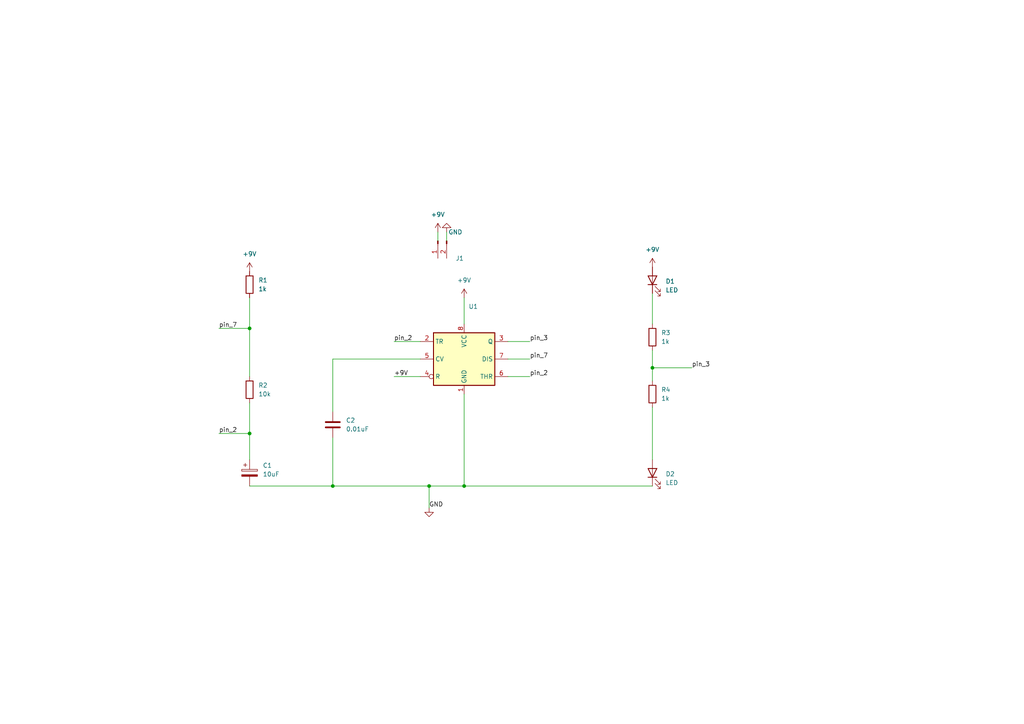
<source format=kicad_sch>
(kicad_sch (version 20211123) (generator eeschema)
  (paper "A4")
  (lib_symbols
    (symbol "+9V_1" (power) (pin_numbers hide) (pin_names (offset 0) hide)
      (property "Value" "+9V_1" (at 0 3.556 0))
      (symbol "+9V_1_0_1"
        (polyline (pts (xy -0.762 1.27) (xy 0 2.54)))
        (polyline (pts (xy 0 0) (xy 0 2.54)))
        (polyline (pts (xy 0 2.54) (xy 0.762 1.27)))
      )
      (symbol "+9V_1_1_1"
        (pin power_in line (at 0 0 90) (length 0) hide (name "+9V") (number "1"))
      )
    )
    (symbol "+9V_2" (power) (pin_numbers hide) (pin_names (offset 0) hide)
      (property "Value" "+9V_2" (at 0 3.556 0))
      (symbol "+9V_2_0_1"
        (polyline (pts (xy -0.762 1.27) (xy 0 2.54)))
        (polyline (pts (xy 0 0) (xy 0 2.54)))
        (polyline (pts (xy 0 2.54) (xy 0.762 1.27)))
      )
      (symbol "+9V_2_1_1"
        (pin power_in line (at 0 0 90) (length 0) hide (name "+9V") (number "1"))
      )
    )
    (symbol "+9V_3" (power) (pin_numbers hide) (pin_names (offset 0) hide)
      (property "Value" "+9V_3" (at 0 3.556 0))
      (symbol "+9V_3_0_1"
        (polyline (pts (xy -0.762 1.27) (xy 0 2.54)))
        (polyline (pts (xy 0 0) (xy 0 2.54)))
        (polyline (pts (xy 0 2.54) (xy 0.762 1.27)))
      )
      (symbol "+9V_3_1_1"
        (pin power_in line (at 0 0 90) (length 0) hide (name "+9V") (number "1"))
      )
    )
    (symbol "Connector:Conn_01x02_Male" (pin_names (offset 1.016) hide)
      (property "Reference" "J" (at 0 2.54 0))
      (property "Value" "Conn_01x02_Male" (at 0 -5.08 0))
      (symbol "Conn_01x02_Male_1_1"
        (polyline (pts (xy 1.27 -2.54) (xy 0.8636 -2.54)) (stroke (width 0.1524)))
        (polyline (pts (xy 1.27 0) (xy 0.8636 0)) (stroke (width 0.1524)))
        (rectangle (start 0.8636 -2.413) (end 0 -2.667) (stroke (width 0.1524)) (fill (type outline)))
        (rectangle (start 0.8636 0.127) (end 0 -0.127) (stroke (width 0.1524)) (fill (type outline)))
        (pin passive line (at 5.08 0 180) (length 3.81) (name "Pin_1") (number "1"))
        (pin passive line (at 5.08 -2.54 180) (length 3.81) (name "Pin_2") (number "2"))
      )
    )
    (symbol "Device:C" (pin_numbers hide) (pin_names (offset 0.254))
      (property "Reference" "C" (at 0.635 2.54 0))
      (property "Value" "C" (at 0.635 -2.54 0))
      (symbol "C_0_1"
        (polyline (pts (xy -2.032 -0.762) (xy 2.032 -0.762)) (stroke (width 0.508)))
        (polyline (pts (xy -2.032 0.762) (xy 2.032 0.762)) (stroke (width 0.508)))
      )
      (symbol "C_1_1"
        (pin passive line (at 0 3.81 270) (length 2.794) (name "~") (number "1"))
        (pin passive line (at 0 -3.81 90) (length 2.794) (name "~") (number "2"))
      )
    )
    (symbol "Device:C_Polarized" (pin_numbers hide) (pin_names (offset 0.254))
      (property "Reference" "C" (at 0.635 2.54 0))
      (property "Value" "C_Polarized" (at 0.635 -2.54 0))
      (symbol "C_Polarized_0_1"
        (rectangle (start -2.286 0.508) (end 2.286 1.016))
        (polyline (pts (xy -1.778 2.286) (xy -0.762 2.286)))
        (polyline (pts (xy -1.27 2.794) (xy -1.27 1.778)))
        (rectangle (start 2.286 -0.508) (end -2.286 -1.016) (fill (type outline)))
      )
      (symbol "C_Polarized_1_1"
        (pin passive line (at 0 3.81 270) (length 2.794) (name "~") (number "1"))
        (pin passive line (at 0 -3.81 90) (length 2.794) (name "~") (number "2"))
      )
    )
    (symbol "Device:LED" (pin_numbers hide) (pin_names (offset 1.016) hide)
      (property "Reference" "D" (at 0 2.54 0))
      (property "Value" "LED" (at 0 -2.54 0))
      (symbol "LED_0_1"
        (polyline (pts (xy -1.27 -1.27) (xy -1.27 1.27)) (stroke (width 0.254)))
        (polyline (pts (xy -1.27 0) (xy 1.27 0)))
        (polyline (pts (xy 1.27 -1.27) (xy 1.27 1.27) (xy -1.27 0) (xy 1.27 -1.27)) (stroke (width 0.254)))
        (polyline (pts (xy -3.048 -0.762) (xy -4.572 -2.286) (xy -3.81 -2.286) (xy -4.572 -2.286) (xy -4.572 -1.524)))
        (polyline (pts (xy -1.778 -0.762) (xy -3.302 -2.286) (xy -2.54 -2.286) (xy -3.302 -2.286) (xy -3.302 -1.524)))
      )
      (symbol "LED_1_1"
        (pin passive line (at -3.81 0 0) (length 2.54) (name "K") (number "1"))
        (pin passive line (at 3.81 0 180) (length 2.54) (name "A") (number "2"))
      )
    )
    (symbol "Device:R" (pin_numbers hide) (pin_names (offset 0))
      (property "Reference" "R" (at 2.032 0 90))
      (property "Value" "R" (at 0 0 90))
      (symbol "R_0_1"
        (rectangle (start -1.016 -2.54) (end 1.016 2.54) (stroke (width 0.254)))
      )
      (symbol "R_1_1"
        (pin passive line (at 0 3.81 270) (length 1.27) (name "~") (number "1"))
        (pin passive line (at 0 -3.81 90) (length 1.27) (name "~") (number "2"))
      )
    )
    (symbol "GND_1" (power) (pin_numbers hide) (pin_names (offset 0) hide)
      (property "Value" "GND_1" (at 0 -3.81 0))
      (symbol "GND_1_0_1"
        (polyline (pts (xy 0 0) (xy 0 -1.27) (xy 1.27 -1.27) (xy 0 -2.54) (xy -1.27 -1.27) (xy 0 -1.27)))
      )
      (symbol "GND_1_1_1"
        (pin power_in line (at 0 0 270) (length 0) hide (name "GND") (number "1"))
      )
    )
    (symbol "Timer:NE555D"
      (property "Reference" "U" (at -10.16 8.89 0))
      (property "Value" "NE555D" (at 2.54 8.89 0))
      (symbol "NE555D_0_0"
        (pin power_in line (at 0 -10.16 90) (length 2.54) (name "GND") (number "1"))
        (pin power_in line (at 0 10.16 270) (length 2.54) (name "VCC") (number "8"))
      )
      (symbol "NE555D_0_1"
        (rectangle (start -8.89 -7.62) (end 8.89 7.62) (stroke (width 0.254)) (fill (type background)))
        (rectangle (start -8.89 -7.62) (end 8.89 7.62) (stroke (width 0.254)) (fill (type background)))
      )
      (symbol "NE555D_1_1"
        (pin input line (at -12.7 5.08 0) (length 3.81) (name "TR") (number "2"))
        (pin output line (at 12.7 5.08 180) (length 3.81) (name "Q") (number "3"))
        (pin input inverted (at -12.7 -5.08 0) (length 3.81) (name "R") (number "4"))
        (pin input line (at -12.7 0 0) (length 3.81) (name "CV") (number "5"))
        (pin input line (at 12.7 -5.08 180) (length 3.81) (name "THR") (number "6"))
        (pin input line (at 12.7 0 180) (length 3.81) (name "DIS") (number "7"))
      )
    )
    (symbol "power:+9V" (power) (pin_numbers hide) (pin_names (offset 0) hide)
      (property "Value" "+9V" (at 0 3.556 0))
      (symbol "+9V_0_1"
        (polyline (pts (xy -0.762 1.27) (xy 0 2.54)))
        (polyline (pts (xy 0 0) (xy 0 2.54)))
        (polyline (pts (xy 0 2.54) (xy 0.762 1.27)))
      )
      (symbol "+9V_1_1"
        (pin power_in line (at 0 0 90) (length 0) hide (name "+9V") (number "1"))
      )
    )
    (symbol "power:GND" (power) (pin_numbers hide) (pin_names (offset 0) hide)
      (property "Value" "GND" (at 0 -3.81 0))
      (symbol "GND_0_1"
        (polyline (pts (xy 0 0) (xy 0 -1.27) (xy 1.27 -1.27) (xy 0 -2.54) (xy -1.27 -1.27) (xy 0 -1.27)))
      )
      (symbol "GND_1_1"
        (pin power_in line (at 0 0 270) (length 0) hide (name "GND") (number "1"))
      )
    )
  )
  (junction (at 72.39 95.25))
  (junction (at 72.39 125.73))
  (junction (at 189.23 106.68))
  (junction (at 124.46 140.97))
  (junction (at 134.62 140.97))
  (junction (at 96.52 140.97))
  (wire (pts (xy 124.46 140.97) (xy 96.52 140.97)))
  (wire (pts (xy 134.62 140.97) (xy 189.23 140.97)))
  (wire (pts (xy 121.92 104.14) (xy 96.52 104.14)))
  (wire (pts (xy 72.39 95.25) (xy 72.39 109.22)))
  (wire (pts (xy 189.23 106.68) (xy 189.23 110.49)))
  (wire (pts (xy 114.3 99.06) (xy 121.92 99.06)))
  (wire (pts (xy 124.46 140.97) (xy 124.46 147.32)))
  (wire (pts (xy 96.52 104.14) (xy 96.52 119.38)))
  (wire (pts (xy 72.39 116.84) (xy 72.39 125.73)))
  (wire (pts (xy 147.32 109.22) (xy 153.67 109.22)))
  (wire (pts (xy 129.54 67.31) (xy 129.54 69.85)))
  (wire (pts (xy 114.3 109.22) (xy 121.92 109.22)))
  (wire (pts (xy 134.62 86.36) (xy 134.62 93.98)))
  (wire (pts (xy 147.32 104.14) (xy 153.67 104.14)))
  (wire (pts (xy 189.23 85.09) (xy 189.23 93.98)))
  (wire (pts (xy 72.39 86.36) (xy 72.39 95.25)))
  (wire (pts (xy 63.5 125.73) (xy 72.39 125.73)))
  (wire (pts (xy 127 67.31) (xy 127 69.85)))
  (wire (pts (xy 96.52 127) (xy 96.52 140.97)))
  (wire (pts (xy 147.32 99.06) (xy 153.67 99.06)))
  (wire (pts (xy 96.52 140.97) (xy 72.39 140.97)))
  (wire (pts (xy 134.62 140.97) (xy 124.46 140.97)))
  (wire (pts (xy 63.5 95.25) (xy 72.39 95.25)))
  (wire (pts (xy 189.23 106.68) (xy 200.66 106.68)))
  (wire (pts (xy 134.62 114.3) (xy 134.62 140.97)))
  (wire (pts (xy 189.23 101.6) (xy 189.23 106.68)))
  (wire (pts (xy 189.23 118.11) (xy 189.23 133.35)))
  (wire (pts (xy 72.39 125.73) (xy 72.39 133.35)))
  (label "GND" (at 124.46 147.32 0))
  (label "pin_3" (at 153.67 99.06 0))
  (label "+9V" (at 114.3 109.22 0))
  (label "pin_2" (at 153.67 109.22 0))
  (label "pin_3" (at 200.66 106.68 0))
  (label "pin_7" (at 63.5 95.25 0))
  (label "pin_2" (at 114.3 99.06 0))
  (label "pin_7" (at 153.67 104.14 0))
  (label "pin_2" (at 63.5 125.73 0))
  (symbol (lib_name "GND_1") (lib_id "power:GND") (at 124.46 147.32 0) (unit 1)
    (property "Reference" "#PWR?" (effects hide))
    (property "Value" "GND" (effects hide))
  )
  (symbol (lib_id "Device:LED") (at 189.23 81.28 90) (unit 1)
    (property "Reference" "D1" (at 193.04 81.5974 90) (effects (justify right)))
    (property "Value" "LED" (at 193.04 84.1374 90) (effects (justify right)))
  )
  (symbol (lib_id "Device:R") (at 72.39 82.55 0) (unit 1)
    (property "Reference" "R1" (at 74.93 81.2799 0) (effects (justify left)))
    (property "Value" "1k" (at 74.93 83.8199 0) (effects (justify left)))
  )
  (symbol (lib_id "Connector:Conn_01x02_Male") (at 127 69.85 90) (mirror x) (unit 1)
    (property "Reference" "J1" (effects hide))
    (property "Value" "J1" (at 133.35 74.93 90))
  )
  (symbol (lib_id "Device:R") (at 72.39 113.03 0) (unit 1)
    (property "Reference" "R2" (at 74.93 111.7599 0) (effects (justify left)))
    (property "Value" "10k" (at 74.93 114.2999 0) (effects (justify left)))
  )
  (symbol (lib_id "Device:LED") (at 189.23 137.16 90) (unit 1)
    (property "Reference" "D2" (at 193.04 137.4774 90) (effects (justify right)))
    (property "Value" "LED" (at 193.04 140.0174 90) (effects (justify right)))
  )
  (symbol (lib_id "Device:R") (at 189.23 114.3 0) (unit 1)
    (property "Reference" "R4" (at 191.77 113.0299 0) (effects (justify left)))
    (property "Value" "1k" (at 191.77 115.5699 0) (effects (justify left)))
  )
  (symbol (lib_name "+9V_1") (lib_id "power:+9V") (at 127 67.31 0) (mirror y) (unit 1)
    (property "Reference" "#PWR?" (effects hide))
    (property "Value" "+9V" (at 127 62.23 0))
  )
  (symbol (lib_id "Timer:NE555D") (at 134.62 104.14 0) (unit 1)
    (property "Reference" "U1" (at 135.89 88.9 0) (effects (justify left)))
    (property "Value" "U1" (effects hide))
    (property "Footprint" "Package_SO:SOIC-8_3.9x4.9mm_P1.27mm" (effects hide))
    (property "Datasheet" "http://www.ti.com/lit/ds/symlink/ne555.pdf" (effects hide))
  )
  (symbol (lib_id "Device:C_Polarized") (at 72.39 137.16 0) (unit 1)
    (property "Reference" "C1" (at 76.2 135.0009 0) (effects (justify left)))
    (property "Value" "10uF" (at 76.2 137.5409 0) (effects (justify left)))
  )
  (symbol (lib_id "power:+9V") (at 72.39 78.74 0) (unit 1)
    (property "Reference" "#PWR?" (effects hide))
    (property "Value" "+9V" (at 72.39 73.66 0))
  )
  (symbol (lib_name "+9V_3") (lib_id "power:+9V") (at 189.23 77.47 0) (unit 1)
    (property "Reference" "#PWR?" (effects hide))
    (property "Value" "+9V" (at 189.23 72.39 0))
  )
  (symbol (lib_id "power:GND") (at 129.54 67.31 0) (mirror x) (unit 1)
    (property "Reference" "#PWR?" (effects hide))
    (property "Value" "GND" (at 132.08 67.31 0))
  )
  (symbol (lib_id "Device:R") (at 189.23 97.79 0) (unit 1)
    (property "Reference" "R3" (at 191.77 96.5199 0) (effects (justify left)))
    (property "Value" "1k" (at 191.77 99.0599 0) (effects (justify left)))
  )
  (symbol (lib_name "+9V_2") (lib_id "power:+9V") (at 134.62 86.36 0) (unit 1)
    (property "Reference" "#PWR?" (effects hide))
    (property "Value" "+9V" (at 134.62 81.28 0))
  )
  (symbol (lib_id "Device:C") (at 96.52 123.19 0) (unit 1)
    (property "Reference" "C2" (at 100.33 121.9199 0) (effects (justify left)))
    (property "Value" "0.01uF" (at 100.33 124.4599 0) (effects (justify left)))
  )
)
</source>
